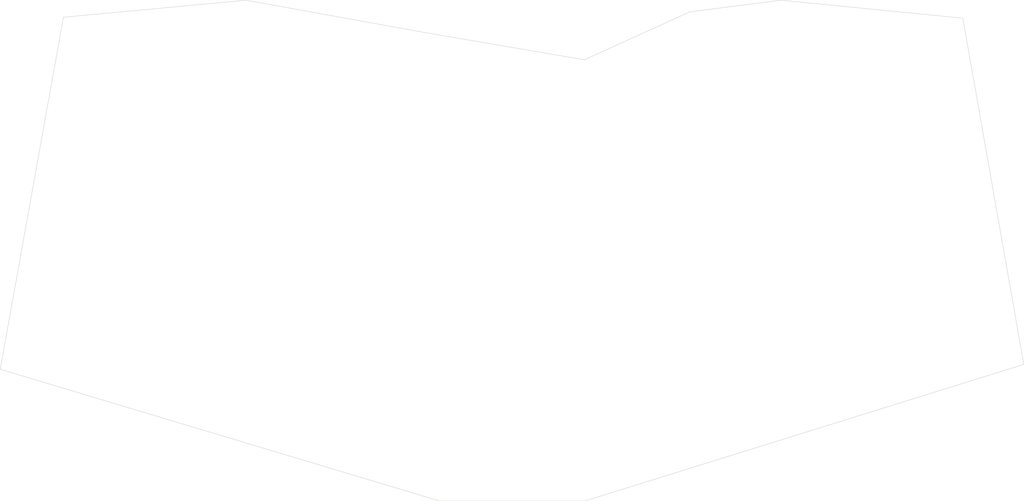
<source format=kicad_pcb>
(kicad_pcb (version 20221018) (generator pcbnew)
  (layers (0 "F.Cu" signal) (31 "B.Cu" signal) (34 "B.Paste" user) (35 "F.Paste" user) (36 "B.SilkS" user "B.Silkscreen") (37 "F.SilkS" user "F.Silkscreen") (38 "B.Mask" user) (39 "F.Mask" user) (44 "Edge.Cuts" user))
  (net 0 "")
  (footprint "kbd_Hole:m2_Screw_Hole" (layer "F.Cu") (at 186.6 143.8)
    (fp_text reference "Ref**")
    (fp_text value "Val**")
    (pad "" np_thru_hole circle (at 0 0) (size 2.2 2.2) (drill 2.2) (layers "F&B.Cu" "*.Mask"))
  )
  (footprint "kbd_Hole:m2_Screw_Hole" (layer "F.Cu") (at 175.7 57.9)
    (fp_text reference "Ref**")
    (fp_text value "Val**")
    (pad "" np_thru_hole circle (at 0 0) (size 2.2 2.2) (drill 2.2) (layers "F&B.Cu" "*.Mask"))
  )
  (footprint "kbd_Hole:m2_Screw_Hole" (layer "F.Cu") (at 245.2 123.8)
    (fp_text reference "Ref**")
    (fp_text value "Val**")
    (pad "" np_thru_hole circle (at 0 0) (size 2.2 2.2) (drill 2.2) (layers "F&B.Cu" "*.Mask"))
  )
  (footprint "kbd_Hole:m2_Screw_Hole" (layer "F.Cu") (at 63.3 123.9)
    (fp_text reference "Ref**")
    (fp_text value "Val**")
    (pad "" np_thru_hole circle (at 0 0) (size 2.2 2.2) (drill 2.2) (layers "F&B.Cu" "*.Mask"))
  )
  (footprint "kbd_Hole:m2_Screw_Hole" (layer "F.Cu") (at 121.9 143.8)
    (fp_text reference "Ref**")
    (fp_text value "Val**")
    (pad "" np_thru_hole circle (at 0 0) (size 2.2 2.2) (drill 2.2) (layers "F&B.Cu" "*.Mask"))
  )
  (footprint "kbd_Hole:m2_Screw_Hole" (layer "F.Cu") (at 237.1 47)
    (fp_text reference "Ref**")
    (fp_text value "Val**")
    (pad "" np_thru_hole circle (at 0 0) (size 2.2 2.2) (drill 2.2) (layers "F&B.Cu" "*.Mask"))
  )
  (footprint "kbd_Hole:m2_Screw_Hole" (layer "F.Cu") (at 133 58.1)
    (fp_text reference "Ref**")
    (fp_text value "Val**")
    (pad "" np_thru_hole circle (at 0 0) (size 2.2 2.2) (drill 2.2) (layers "F&B.Cu" "*.Mask"))
  )
  (footprint "kbd_Hole:m2_Screw_Hole" (layer "F.Cu") (at 71.4 47.2)
    (fp_text reference "Ref**")
    (fp_text value "Val**")
    (pad "" np_thru_hole circle (at 0 0) (size 2.2 2.2) (drill 2.2) (layers "*.Cu" "*.Mask"))
  )
  (gr_line (start 193.5 44.4) (end 213.8 41.8) (stroke (width 0.1)) (layer "Edge.Cuts"))
  (gr_line (start 53.8 45.6) (end 39.7 124.2) (stroke (width 0.1)) (layer "Edge.Cuts"))
  (gr_line (start 39.7 124.2) (end 137.7 153.6) (stroke (width 0.1)) (layer "Edge.Cuts"))
  (gr_line (start 254.4 45.8) (end 213.8 41.8) (stroke (width 0.1)) (layer "Edge.Cuts"))
  (gr_line (start 170 55.1) (end 134.3 49) (stroke (width 0.1)) (layer "Edge.Cuts"))
  (gr_line (start 94.5 41.8) (end 53.8 45.6) (stroke (width 0.1)) (layer "Edge.Cuts"))
  (gr_line (start 137.7 153.6) (end 170.1 153.6) (stroke (width 0.1)) (layer "Edge.Cuts"))
  (gr_line (start 134.3 49) (end 94.5 41.8) (stroke (width 0.1)) (layer "Edge.Cuts"))
  (gr_line (start 170.1 153.6) (end 268 123.1) (stroke (width 0.1)) (layer "Edge.Cuts"))
  (gr_line (start 268 123.1) (end 254.4 45.8) (stroke (width 0.1)) (layer "Edge.Cuts"))
  (gr_line (start 170 55.1) (end 193.5 44.4) (stroke (width 0.1)) (layer "Edge.Cuts"))
)
</source>
